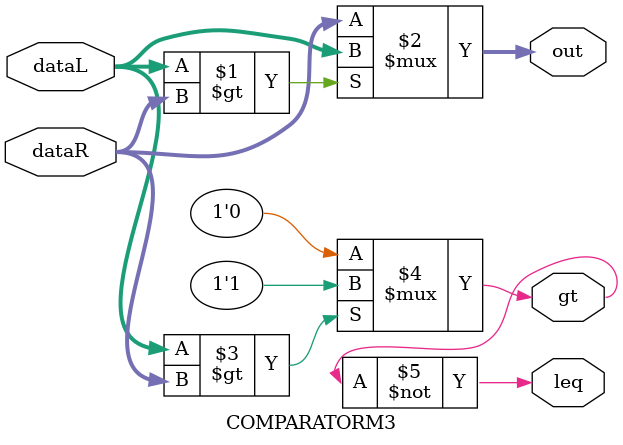
<source format=v>
`timescale 1ns / 1ps

module COMPARATORM3(out,
                    leq,
                    gt,
                    dataL,
                    dataR);
output[31:0] out;
output leq,
       gt;
input[31:0] dataL,
            dataR;
assign out=(dataL>dataR)?dataL:dataR;
assign gt=(dataL>dataR)?1'b1:1'b0;
not(leq,gt);                  
endmodule

</source>
